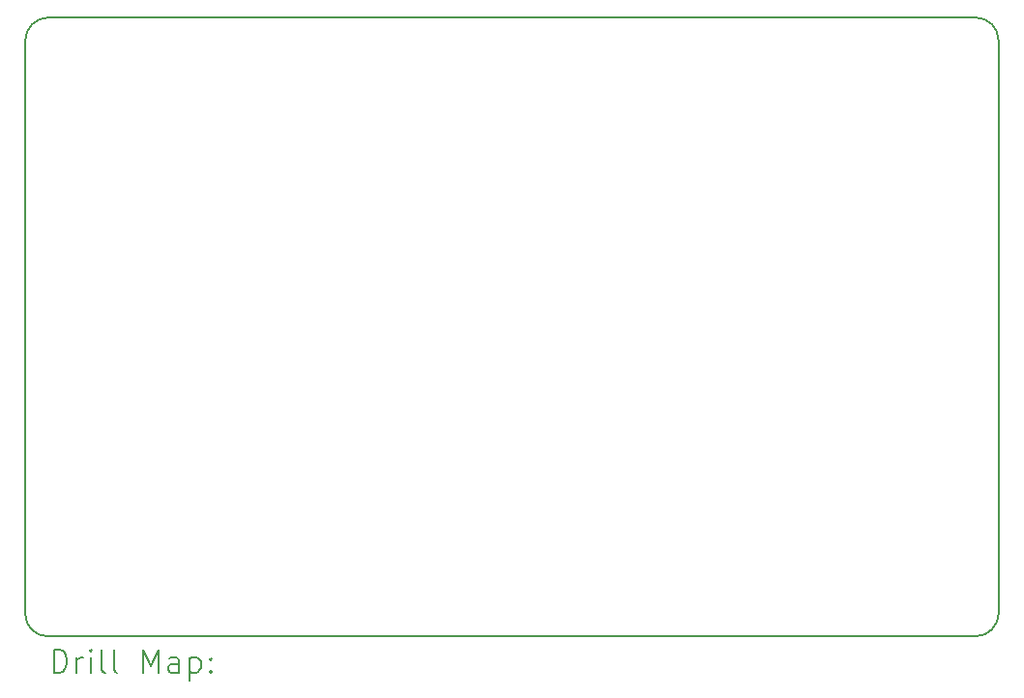
<source format=gbr>
%TF.GenerationSoftware,KiCad,Pcbnew,6.0.11+dfsg-1*%
%TF.CreationDate,2023-08-15T17:49:37+01:00*%
%TF.ProjectId,business card,62757369-6e65-4737-9320-636172642e6b,rev?*%
%TF.SameCoordinates,Original*%
%TF.FileFunction,Drillmap*%
%TF.FilePolarity,Positive*%
%FSLAX45Y45*%
G04 Gerber Fmt 4.5, Leading zero omitted, Abs format (unit mm)*
G04 Created by KiCad (PCBNEW 6.0.11+dfsg-1) date 2023-08-15 17:49:37*
%MOMM*%
%LPD*%
G01*
G04 APERTURE LIST*
%ADD10C,0.150000*%
%ADD11C,0.200000*%
G04 APERTURE END LIST*
D10*
X5283200Y-5080000D02*
X13400000Y-5080000D01*
X13603200Y-5283200D02*
G75*
G03*
X13400000Y-5080000I-203200J0D01*
G01*
X5283200Y-5080000D02*
G75*
G03*
X5080000Y-5283200I0J-203200D01*
G01*
X5080000Y-10303150D02*
X5080000Y-5283200D01*
X13400000Y-10500000D02*
X5276850Y-10500000D01*
X13603200Y-10296800D02*
X13603200Y-5283200D01*
X5080000Y-10303150D02*
G75*
G03*
X5276850Y-10500000I196850J0D01*
G01*
X13400000Y-10500000D02*
G75*
G03*
X13603200Y-10296800I0J203200D01*
G01*
D11*
X5330119Y-10817976D02*
X5330119Y-10617976D01*
X5377738Y-10617976D01*
X5406310Y-10627500D01*
X5425357Y-10646548D01*
X5434881Y-10665595D01*
X5444405Y-10703690D01*
X5444405Y-10732262D01*
X5434881Y-10770357D01*
X5425357Y-10789405D01*
X5406310Y-10808452D01*
X5377738Y-10817976D01*
X5330119Y-10817976D01*
X5530119Y-10817976D02*
X5530119Y-10684643D01*
X5530119Y-10722738D02*
X5539643Y-10703690D01*
X5549167Y-10694167D01*
X5568214Y-10684643D01*
X5587262Y-10684643D01*
X5653928Y-10817976D02*
X5653928Y-10684643D01*
X5653928Y-10617976D02*
X5644405Y-10627500D01*
X5653928Y-10637024D01*
X5663452Y-10627500D01*
X5653928Y-10617976D01*
X5653928Y-10637024D01*
X5777738Y-10817976D02*
X5758690Y-10808452D01*
X5749167Y-10789405D01*
X5749167Y-10617976D01*
X5882500Y-10817976D02*
X5863452Y-10808452D01*
X5853928Y-10789405D01*
X5853928Y-10617976D01*
X6111071Y-10817976D02*
X6111071Y-10617976D01*
X6177738Y-10760833D01*
X6244405Y-10617976D01*
X6244405Y-10817976D01*
X6425357Y-10817976D02*
X6425357Y-10713214D01*
X6415833Y-10694167D01*
X6396786Y-10684643D01*
X6358690Y-10684643D01*
X6339643Y-10694167D01*
X6425357Y-10808452D02*
X6406309Y-10817976D01*
X6358690Y-10817976D01*
X6339643Y-10808452D01*
X6330119Y-10789405D01*
X6330119Y-10770357D01*
X6339643Y-10751310D01*
X6358690Y-10741786D01*
X6406309Y-10741786D01*
X6425357Y-10732262D01*
X6520595Y-10684643D02*
X6520595Y-10884643D01*
X6520595Y-10694167D02*
X6539643Y-10684643D01*
X6577738Y-10684643D01*
X6596786Y-10694167D01*
X6606309Y-10703690D01*
X6615833Y-10722738D01*
X6615833Y-10779881D01*
X6606309Y-10798929D01*
X6596786Y-10808452D01*
X6577738Y-10817976D01*
X6539643Y-10817976D01*
X6520595Y-10808452D01*
X6701548Y-10798929D02*
X6711071Y-10808452D01*
X6701548Y-10817976D01*
X6692024Y-10808452D01*
X6701548Y-10798929D01*
X6701548Y-10817976D01*
X6701548Y-10694167D02*
X6711071Y-10703690D01*
X6701548Y-10713214D01*
X6692024Y-10703690D01*
X6701548Y-10694167D01*
X6701548Y-10713214D01*
M02*

</source>
